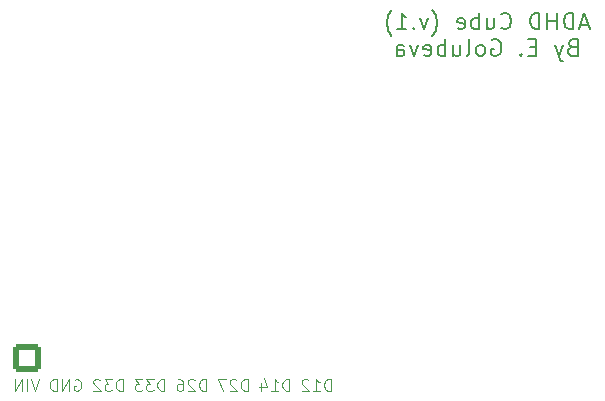
<source format=gbo>
%TF.GenerationSoftware,KiCad,Pcbnew,9.0.5*%
%TF.CreationDate,2025-12-28T15:22:45+02:00*%
%TF.ProjectId,base-schematic-02,62617365-2d73-4636-9865-6d617469632d,rev?*%
%TF.SameCoordinates,Original*%
%TF.FileFunction,Legend,Bot*%
%TF.FilePolarity,Positive*%
%FSLAX46Y46*%
G04 Gerber Fmt 4.6, Leading zero omitted, Abs format (unit mm)*
G04 Created by KiCad (PCBNEW 9.0.5) date 2025-12-28 15:22:45*
%MOMM*%
%LPD*%
G01*
G04 APERTURE LIST*
G04 Aperture macros list*
%AMRoundRect*
0 Rectangle with rounded corners*
0 $1 Rounding radius*
0 $2 $3 $4 $5 $6 $7 $8 $9 X,Y pos of 4 corners*
0 Add a 4 corners polygon primitive as box body*
4,1,4,$2,$3,$4,$5,$6,$7,$8,$9,$2,$3,0*
0 Add four circle primitives for the rounded corners*
1,1,$1+$1,$2,$3*
1,1,$1+$1,$4,$5*
1,1,$1+$1,$6,$7*
1,1,$1+$1,$8,$9*
0 Add four rect primitives between the rounded corners*
20,1,$1+$1,$2,$3,$4,$5,0*
20,1,$1+$1,$4,$5,$6,$7,0*
20,1,$1+$1,$6,$7,$8,$9,0*
20,1,$1+$1,$8,$9,$2,$3,0*%
G04 Aperture macros list end*
%ADD10C,0.100000*%
%ADD11C,0.200000*%
%ADD12R,1.700000X1.700000*%
%ADD13C,1.700000*%
%ADD14C,3.200000*%
%ADD15RoundRect,0.250001X-0.949999X-0.949999X0.949999X-0.949999X0.949999X0.949999X-0.949999X0.949999X0*%
%ADD16C,2.400000*%
G04 APERTURE END LIST*
D10*
X79892442Y-105622419D02*
X79892442Y-104622419D01*
X79892442Y-104622419D02*
X79654347Y-104622419D01*
X79654347Y-104622419D02*
X79511490Y-104670038D01*
X79511490Y-104670038D02*
X79416252Y-104765276D01*
X79416252Y-104765276D02*
X79368633Y-104860514D01*
X79368633Y-104860514D02*
X79321014Y-105050990D01*
X79321014Y-105050990D02*
X79321014Y-105193847D01*
X79321014Y-105193847D02*
X79368633Y-105384323D01*
X79368633Y-105384323D02*
X79416252Y-105479561D01*
X79416252Y-105479561D02*
X79511490Y-105574800D01*
X79511490Y-105574800D02*
X79654347Y-105622419D01*
X79654347Y-105622419D02*
X79892442Y-105622419D01*
X78368633Y-105622419D02*
X78940061Y-105622419D01*
X78654347Y-105622419D02*
X78654347Y-104622419D01*
X78654347Y-104622419D02*
X78749585Y-104765276D01*
X78749585Y-104765276D02*
X78844823Y-104860514D01*
X78844823Y-104860514D02*
X78940061Y-104908133D01*
X77987680Y-104717657D02*
X77940061Y-104670038D01*
X77940061Y-104670038D02*
X77844823Y-104622419D01*
X77844823Y-104622419D02*
X77606728Y-104622419D01*
X77606728Y-104622419D02*
X77511490Y-104670038D01*
X77511490Y-104670038D02*
X77463871Y-104717657D01*
X77463871Y-104717657D02*
X77416252Y-104812895D01*
X77416252Y-104812895D02*
X77416252Y-104908133D01*
X77416252Y-104908133D02*
X77463871Y-105050990D01*
X77463871Y-105050990D02*
X78035299Y-105622419D01*
X78035299Y-105622419D02*
X77416252Y-105622419D01*
D11*
X101686667Y-74610305D02*
X101020000Y-74610305D01*
X101820000Y-75010305D02*
X101353334Y-73610305D01*
X101353334Y-73610305D02*
X100886667Y-75010305D01*
X100420000Y-75010305D02*
X100420000Y-73610305D01*
X100420000Y-73610305D02*
X100086667Y-73610305D01*
X100086667Y-73610305D02*
X99886667Y-73676972D01*
X99886667Y-73676972D02*
X99753334Y-73810305D01*
X99753334Y-73810305D02*
X99686667Y-73943639D01*
X99686667Y-73943639D02*
X99620000Y-74210305D01*
X99620000Y-74210305D02*
X99620000Y-74410305D01*
X99620000Y-74410305D02*
X99686667Y-74676972D01*
X99686667Y-74676972D02*
X99753334Y-74810305D01*
X99753334Y-74810305D02*
X99886667Y-74943639D01*
X99886667Y-74943639D02*
X100086667Y-75010305D01*
X100086667Y-75010305D02*
X100420000Y-75010305D01*
X99020000Y-75010305D02*
X99020000Y-73610305D01*
X99020000Y-74276972D02*
X98220000Y-74276972D01*
X98220000Y-75010305D02*
X98220000Y-73610305D01*
X97553333Y-75010305D02*
X97553333Y-73610305D01*
X97553333Y-73610305D02*
X97220000Y-73610305D01*
X97220000Y-73610305D02*
X97020000Y-73676972D01*
X97020000Y-73676972D02*
X96886667Y-73810305D01*
X96886667Y-73810305D02*
X96820000Y-73943639D01*
X96820000Y-73943639D02*
X96753333Y-74210305D01*
X96753333Y-74210305D02*
X96753333Y-74410305D01*
X96753333Y-74410305D02*
X96820000Y-74676972D01*
X96820000Y-74676972D02*
X96886667Y-74810305D01*
X96886667Y-74810305D02*
X97020000Y-74943639D01*
X97020000Y-74943639D02*
X97220000Y-75010305D01*
X97220000Y-75010305D02*
X97553333Y-75010305D01*
X94286666Y-74876972D02*
X94353333Y-74943639D01*
X94353333Y-74943639D02*
X94553333Y-75010305D01*
X94553333Y-75010305D02*
X94686666Y-75010305D01*
X94686666Y-75010305D02*
X94886666Y-74943639D01*
X94886666Y-74943639D02*
X95020000Y-74810305D01*
X95020000Y-74810305D02*
X95086666Y-74676972D01*
X95086666Y-74676972D02*
X95153333Y-74410305D01*
X95153333Y-74410305D02*
X95153333Y-74210305D01*
X95153333Y-74210305D02*
X95086666Y-73943639D01*
X95086666Y-73943639D02*
X95020000Y-73810305D01*
X95020000Y-73810305D02*
X94886666Y-73676972D01*
X94886666Y-73676972D02*
X94686666Y-73610305D01*
X94686666Y-73610305D02*
X94553333Y-73610305D01*
X94553333Y-73610305D02*
X94353333Y-73676972D01*
X94353333Y-73676972D02*
X94286666Y-73743639D01*
X93086666Y-74076972D02*
X93086666Y-75010305D01*
X93686666Y-74076972D02*
X93686666Y-74810305D01*
X93686666Y-74810305D02*
X93620000Y-74943639D01*
X93620000Y-74943639D02*
X93486666Y-75010305D01*
X93486666Y-75010305D02*
X93286666Y-75010305D01*
X93286666Y-75010305D02*
X93153333Y-74943639D01*
X93153333Y-74943639D02*
X93086666Y-74876972D01*
X92419999Y-75010305D02*
X92419999Y-73610305D01*
X92419999Y-74143639D02*
X92286666Y-74076972D01*
X92286666Y-74076972D02*
X92019999Y-74076972D01*
X92019999Y-74076972D02*
X91886666Y-74143639D01*
X91886666Y-74143639D02*
X91819999Y-74210305D01*
X91819999Y-74210305D02*
X91753333Y-74343639D01*
X91753333Y-74343639D02*
X91753333Y-74743639D01*
X91753333Y-74743639D02*
X91819999Y-74876972D01*
X91819999Y-74876972D02*
X91886666Y-74943639D01*
X91886666Y-74943639D02*
X92019999Y-75010305D01*
X92019999Y-75010305D02*
X92286666Y-75010305D01*
X92286666Y-75010305D02*
X92419999Y-74943639D01*
X90619999Y-74943639D02*
X90753332Y-75010305D01*
X90753332Y-75010305D02*
X91019999Y-75010305D01*
X91019999Y-75010305D02*
X91153332Y-74943639D01*
X91153332Y-74943639D02*
X91219999Y-74810305D01*
X91219999Y-74810305D02*
X91219999Y-74276972D01*
X91219999Y-74276972D02*
X91153332Y-74143639D01*
X91153332Y-74143639D02*
X91019999Y-74076972D01*
X91019999Y-74076972D02*
X90753332Y-74076972D01*
X90753332Y-74076972D02*
X90619999Y-74143639D01*
X90619999Y-74143639D02*
X90553332Y-74276972D01*
X90553332Y-74276972D02*
X90553332Y-74410305D01*
X90553332Y-74410305D02*
X91219999Y-74543639D01*
X88486665Y-75543639D02*
X88553332Y-75476972D01*
X88553332Y-75476972D02*
X88686665Y-75276972D01*
X88686665Y-75276972D02*
X88753332Y-75143639D01*
X88753332Y-75143639D02*
X88819999Y-74943639D01*
X88819999Y-74943639D02*
X88886665Y-74610305D01*
X88886665Y-74610305D02*
X88886665Y-74343639D01*
X88886665Y-74343639D02*
X88819999Y-74010305D01*
X88819999Y-74010305D02*
X88753332Y-73810305D01*
X88753332Y-73810305D02*
X88686665Y-73676972D01*
X88686665Y-73676972D02*
X88553332Y-73476972D01*
X88553332Y-73476972D02*
X88486665Y-73410305D01*
X88086666Y-74076972D02*
X87753332Y-75010305D01*
X87753332Y-75010305D02*
X87419999Y-74076972D01*
X86886665Y-74876972D02*
X86819999Y-74943639D01*
X86819999Y-74943639D02*
X86886665Y-75010305D01*
X86886665Y-75010305D02*
X86953332Y-74943639D01*
X86953332Y-74943639D02*
X86886665Y-74876972D01*
X86886665Y-74876972D02*
X86886665Y-75010305D01*
X85486665Y-75010305D02*
X86286665Y-75010305D01*
X85886665Y-75010305D02*
X85886665Y-73610305D01*
X85886665Y-73610305D02*
X86019998Y-73810305D01*
X86019998Y-73810305D02*
X86153332Y-73943639D01*
X86153332Y-73943639D02*
X86286665Y-74010305D01*
X85019999Y-75543639D02*
X84953332Y-75476972D01*
X84953332Y-75476972D02*
X84819999Y-75276972D01*
X84819999Y-75276972D02*
X84753332Y-75143639D01*
X84753332Y-75143639D02*
X84686665Y-74943639D01*
X84686665Y-74943639D02*
X84619999Y-74610305D01*
X84619999Y-74610305D02*
X84619999Y-74343639D01*
X84619999Y-74343639D02*
X84686665Y-74010305D01*
X84686665Y-74010305D02*
X84753332Y-73810305D01*
X84753332Y-73810305D02*
X84819999Y-73676972D01*
X84819999Y-73676972D02*
X84953332Y-73476972D01*
X84953332Y-73476972D02*
X85019999Y-73410305D01*
X100320001Y-76530894D02*
X100120001Y-76597561D01*
X100120001Y-76597561D02*
X100053334Y-76664227D01*
X100053334Y-76664227D02*
X99986667Y-76797561D01*
X99986667Y-76797561D02*
X99986667Y-76997561D01*
X99986667Y-76997561D02*
X100053334Y-77130894D01*
X100053334Y-77130894D02*
X100120001Y-77197561D01*
X100120001Y-77197561D02*
X100253334Y-77264227D01*
X100253334Y-77264227D02*
X100786667Y-77264227D01*
X100786667Y-77264227D02*
X100786667Y-75864227D01*
X100786667Y-75864227D02*
X100320001Y-75864227D01*
X100320001Y-75864227D02*
X100186667Y-75930894D01*
X100186667Y-75930894D02*
X100120001Y-75997561D01*
X100120001Y-75997561D02*
X100053334Y-76130894D01*
X100053334Y-76130894D02*
X100053334Y-76264227D01*
X100053334Y-76264227D02*
X100120001Y-76397561D01*
X100120001Y-76397561D02*
X100186667Y-76464227D01*
X100186667Y-76464227D02*
X100320001Y-76530894D01*
X100320001Y-76530894D02*
X100786667Y-76530894D01*
X99520001Y-76330894D02*
X99186667Y-77264227D01*
X98853334Y-76330894D02*
X99186667Y-77264227D01*
X99186667Y-77264227D02*
X99320001Y-77597561D01*
X99320001Y-77597561D02*
X99386667Y-77664227D01*
X99386667Y-77664227D02*
X99520001Y-77730894D01*
X97253333Y-76530894D02*
X96786667Y-76530894D01*
X96586667Y-77264227D02*
X97253333Y-77264227D01*
X97253333Y-77264227D02*
X97253333Y-75864227D01*
X97253333Y-75864227D02*
X96586667Y-75864227D01*
X95986666Y-77130894D02*
X95920000Y-77197561D01*
X95920000Y-77197561D02*
X95986666Y-77264227D01*
X95986666Y-77264227D02*
X96053333Y-77197561D01*
X96053333Y-77197561D02*
X95986666Y-77130894D01*
X95986666Y-77130894D02*
X95986666Y-77264227D01*
X93519999Y-75930894D02*
X93653332Y-75864227D01*
X93653332Y-75864227D02*
X93853332Y-75864227D01*
X93853332Y-75864227D02*
X94053332Y-75930894D01*
X94053332Y-75930894D02*
X94186666Y-76064227D01*
X94186666Y-76064227D02*
X94253332Y-76197561D01*
X94253332Y-76197561D02*
X94319999Y-76464227D01*
X94319999Y-76464227D02*
X94319999Y-76664227D01*
X94319999Y-76664227D02*
X94253332Y-76930894D01*
X94253332Y-76930894D02*
X94186666Y-77064227D01*
X94186666Y-77064227D02*
X94053332Y-77197561D01*
X94053332Y-77197561D02*
X93853332Y-77264227D01*
X93853332Y-77264227D02*
X93719999Y-77264227D01*
X93719999Y-77264227D02*
X93519999Y-77197561D01*
X93519999Y-77197561D02*
X93453332Y-77130894D01*
X93453332Y-77130894D02*
X93453332Y-76664227D01*
X93453332Y-76664227D02*
X93719999Y-76664227D01*
X92653332Y-77264227D02*
X92786666Y-77197561D01*
X92786666Y-77197561D02*
X92853332Y-77130894D01*
X92853332Y-77130894D02*
X92919999Y-76997561D01*
X92919999Y-76997561D02*
X92919999Y-76597561D01*
X92919999Y-76597561D02*
X92853332Y-76464227D01*
X92853332Y-76464227D02*
X92786666Y-76397561D01*
X92786666Y-76397561D02*
X92653332Y-76330894D01*
X92653332Y-76330894D02*
X92453332Y-76330894D01*
X92453332Y-76330894D02*
X92319999Y-76397561D01*
X92319999Y-76397561D02*
X92253332Y-76464227D01*
X92253332Y-76464227D02*
X92186666Y-76597561D01*
X92186666Y-76597561D02*
X92186666Y-76997561D01*
X92186666Y-76997561D02*
X92253332Y-77130894D01*
X92253332Y-77130894D02*
X92319999Y-77197561D01*
X92319999Y-77197561D02*
X92453332Y-77264227D01*
X92453332Y-77264227D02*
X92653332Y-77264227D01*
X91386665Y-77264227D02*
X91519999Y-77197561D01*
X91519999Y-77197561D02*
X91586665Y-77064227D01*
X91586665Y-77064227D02*
X91586665Y-75864227D01*
X90253332Y-76330894D02*
X90253332Y-77264227D01*
X90853332Y-76330894D02*
X90853332Y-77064227D01*
X90853332Y-77064227D02*
X90786666Y-77197561D01*
X90786666Y-77197561D02*
X90653332Y-77264227D01*
X90653332Y-77264227D02*
X90453332Y-77264227D01*
X90453332Y-77264227D02*
X90319999Y-77197561D01*
X90319999Y-77197561D02*
X90253332Y-77130894D01*
X89586665Y-77264227D02*
X89586665Y-75864227D01*
X89586665Y-76397561D02*
X89453332Y-76330894D01*
X89453332Y-76330894D02*
X89186665Y-76330894D01*
X89186665Y-76330894D02*
X89053332Y-76397561D01*
X89053332Y-76397561D02*
X88986665Y-76464227D01*
X88986665Y-76464227D02*
X88919999Y-76597561D01*
X88919999Y-76597561D02*
X88919999Y-76997561D01*
X88919999Y-76997561D02*
X88986665Y-77130894D01*
X88986665Y-77130894D02*
X89053332Y-77197561D01*
X89053332Y-77197561D02*
X89186665Y-77264227D01*
X89186665Y-77264227D02*
X89453332Y-77264227D01*
X89453332Y-77264227D02*
X89586665Y-77197561D01*
X87786665Y-77197561D02*
X87919998Y-77264227D01*
X87919998Y-77264227D02*
X88186665Y-77264227D01*
X88186665Y-77264227D02*
X88319998Y-77197561D01*
X88319998Y-77197561D02*
X88386665Y-77064227D01*
X88386665Y-77064227D02*
X88386665Y-76530894D01*
X88386665Y-76530894D02*
X88319998Y-76397561D01*
X88319998Y-76397561D02*
X88186665Y-76330894D01*
X88186665Y-76330894D02*
X87919998Y-76330894D01*
X87919998Y-76330894D02*
X87786665Y-76397561D01*
X87786665Y-76397561D02*
X87719998Y-76530894D01*
X87719998Y-76530894D02*
X87719998Y-76664227D01*
X87719998Y-76664227D02*
X88386665Y-76797561D01*
X87253332Y-76330894D02*
X86919998Y-77264227D01*
X86919998Y-77264227D02*
X86586665Y-76330894D01*
X85453331Y-77264227D02*
X85453331Y-76530894D01*
X85453331Y-76530894D02*
X85519998Y-76397561D01*
X85519998Y-76397561D02*
X85653331Y-76330894D01*
X85653331Y-76330894D02*
X85919998Y-76330894D01*
X85919998Y-76330894D02*
X86053331Y-76397561D01*
X85453331Y-77197561D02*
X85586665Y-77264227D01*
X85586665Y-77264227D02*
X85919998Y-77264227D01*
X85919998Y-77264227D02*
X86053331Y-77197561D01*
X86053331Y-77197561D02*
X86119998Y-77064227D01*
X86119998Y-77064227D02*
X86119998Y-76930894D01*
X86119998Y-76930894D02*
X86053331Y-76797561D01*
X86053331Y-76797561D02*
X85919998Y-76730894D01*
X85919998Y-76730894D02*
X85586665Y-76730894D01*
X85586665Y-76730894D02*
X85453331Y-76664227D01*
D10*
X58199653Y-104670038D02*
X58294891Y-104622419D01*
X58294891Y-104622419D02*
X58437748Y-104622419D01*
X58437748Y-104622419D02*
X58580605Y-104670038D01*
X58580605Y-104670038D02*
X58675843Y-104765276D01*
X58675843Y-104765276D02*
X58723462Y-104860514D01*
X58723462Y-104860514D02*
X58771081Y-105050990D01*
X58771081Y-105050990D02*
X58771081Y-105193847D01*
X58771081Y-105193847D02*
X58723462Y-105384323D01*
X58723462Y-105384323D02*
X58675843Y-105479561D01*
X58675843Y-105479561D02*
X58580605Y-105574800D01*
X58580605Y-105574800D02*
X58437748Y-105622419D01*
X58437748Y-105622419D02*
X58342510Y-105622419D01*
X58342510Y-105622419D02*
X58199653Y-105574800D01*
X58199653Y-105574800D02*
X58152034Y-105527180D01*
X58152034Y-105527180D02*
X58152034Y-105193847D01*
X58152034Y-105193847D02*
X58342510Y-105193847D01*
X57723462Y-105622419D02*
X57723462Y-104622419D01*
X57723462Y-104622419D02*
X57152034Y-105622419D01*
X57152034Y-105622419D02*
X57152034Y-104622419D01*
X56675843Y-105622419D02*
X56675843Y-104622419D01*
X56675843Y-104622419D02*
X56437748Y-104622419D01*
X56437748Y-104622419D02*
X56294891Y-104670038D01*
X56294891Y-104670038D02*
X56199653Y-104765276D01*
X56199653Y-104765276D02*
X56152034Y-104860514D01*
X56152034Y-104860514D02*
X56104415Y-105050990D01*
X56104415Y-105050990D02*
X56104415Y-105193847D01*
X56104415Y-105193847D02*
X56152034Y-105384323D01*
X56152034Y-105384323D02*
X56199653Y-105479561D01*
X56199653Y-105479561D02*
X56294891Y-105574800D01*
X56294891Y-105574800D02*
X56437748Y-105622419D01*
X56437748Y-105622419D02*
X56675843Y-105622419D01*
X69307952Y-105622419D02*
X69307952Y-104622419D01*
X69307952Y-104622419D02*
X69069857Y-104622419D01*
X69069857Y-104622419D02*
X68927000Y-104670038D01*
X68927000Y-104670038D02*
X68831762Y-104765276D01*
X68831762Y-104765276D02*
X68784143Y-104860514D01*
X68784143Y-104860514D02*
X68736524Y-105050990D01*
X68736524Y-105050990D02*
X68736524Y-105193847D01*
X68736524Y-105193847D02*
X68784143Y-105384323D01*
X68784143Y-105384323D02*
X68831762Y-105479561D01*
X68831762Y-105479561D02*
X68927000Y-105574800D01*
X68927000Y-105574800D02*
X69069857Y-105622419D01*
X69069857Y-105622419D02*
X69307952Y-105622419D01*
X68355571Y-104717657D02*
X68307952Y-104670038D01*
X68307952Y-104670038D02*
X68212714Y-104622419D01*
X68212714Y-104622419D02*
X67974619Y-104622419D01*
X67974619Y-104622419D02*
X67879381Y-104670038D01*
X67879381Y-104670038D02*
X67831762Y-104717657D01*
X67831762Y-104717657D02*
X67784143Y-104812895D01*
X67784143Y-104812895D02*
X67784143Y-104908133D01*
X67784143Y-104908133D02*
X67831762Y-105050990D01*
X67831762Y-105050990D02*
X68403190Y-105622419D01*
X68403190Y-105622419D02*
X67784143Y-105622419D01*
X66927000Y-104622419D02*
X67117476Y-104622419D01*
X67117476Y-104622419D02*
X67212714Y-104670038D01*
X67212714Y-104670038D02*
X67260333Y-104717657D01*
X67260333Y-104717657D02*
X67355571Y-104860514D01*
X67355571Y-104860514D02*
X67403190Y-105050990D01*
X67403190Y-105050990D02*
X67403190Y-105431942D01*
X67403190Y-105431942D02*
X67355571Y-105527180D01*
X67355571Y-105527180D02*
X67307952Y-105574800D01*
X67307952Y-105574800D02*
X67212714Y-105622419D01*
X67212714Y-105622419D02*
X67022238Y-105622419D01*
X67022238Y-105622419D02*
X66927000Y-105574800D01*
X66927000Y-105574800D02*
X66879381Y-105527180D01*
X66879381Y-105527180D02*
X66831762Y-105431942D01*
X66831762Y-105431942D02*
X66831762Y-105193847D01*
X66831762Y-105193847D02*
X66879381Y-105098609D01*
X66879381Y-105098609D02*
X66927000Y-105050990D01*
X66927000Y-105050990D02*
X67022238Y-105003371D01*
X67022238Y-105003371D02*
X67212714Y-105003371D01*
X67212714Y-105003371D02*
X67307952Y-105050990D01*
X67307952Y-105050990D02*
X67355571Y-105098609D01*
X67355571Y-105098609D02*
X67403190Y-105193847D01*
X62251626Y-105622419D02*
X62251626Y-104622419D01*
X62251626Y-104622419D02*
X62013531Y-104622419D01*
X62013531Y-104622419D02*
X61870674Y-104670038D01*
X61870674Y-104670038D02*
X61775436Y-104765276D01*
X61775436Y-104765276D02*
X61727817Y-104860514D01*
X61727817Y-104860514D02*
X61680198Y-105050990D01*
X61680198Y-105050990D02*
X61680198Y-105193847D01*
X61680198Y-105193847D02*
X61727817Y-105384323D01*
X61727817Y-105384323D02*
X61775436Y-105479561D01*
X61775436Y-105479561D02*
X61870674Y-105574800D01*
X61870674Y-105574800D02*
X62013531Y-105622419D01*
X62013531Y-105622419D02*
X62251626Y-105622419D01*
X61346864Y-104622419D02*
X60727817Y-104622419D01*
X60727817Y-104622419D02*
X61061150Y-105003371D01*
X61061150Y-105003371D02*
X60918293Y-105003371D01*
X60918293Y-105003371D02*
X60823055Y-105050990D01*
X60823055Y-105050990D02*
X60775436Y-105098609D01*
X60775436Y-105098609D02*
X60727817Y-105193847D01*
X60727817Y-105193847D02*
X60727817Y-105431942D01*
X60727817Y-105431942D02*
X60775436Y-105527180D01*
X60775436Y-105527180D02*
X60823055Y-105574800D01*
X60823055Y-105574800D02*
X60918293Y-105622419D01*
X60918293Y-105622419D02*
X61204007Y-105622419D01*
X61204007Y-105622419D02*
X61299245Y-105574800D01*
X61299245Y-105574800D02*
X61346864Y-105527180D01*
X60346864Y-104717657D02*
X60299245Y-104670038D01*
X60299245Y-104670038D02*
X60204007Y-104622419D01*
X60204007Y-104622419D02*
X59965912Y-104622419D01*
X59965912Y-104622419D02*
X59870674Y-104670038D01*
X59870674Y-104670038D02*
X59823055Y-104717657D01*
X59823055Y-104717657D02*
X59775436Y-104812895D01*
X59775436Y-104812895D02*
X59775436Y-104908133D01*
X59775436Y-104908133D02*
X59823055Y-105050990D01*
X59823055Y-105050990D02*
X60394483Y-105622419D01*
X60394483Y-105622419D02*
X59775436Y-105622419D01*
X65779789Y-105622419D02*
X65779789Y-104622419D01*
X65779789Y-104622419D02*
X65541694Y-104622419D01*
X65541694Y-104622419D02*
X65398837Y-104670038D01*
X65398837Y-104670038D02*
X65303599Y-104765276D01*
X65303599Y-104765276D02*
X65255980Y-104860514D01*
X65255980Y-104860514D02*
X65208361Y-105050990D01*
X65208361Y-105050990D02*
X65208361Y-105193847D01*
X65208361Y-105193847D02*
X65255980Y-105384323D01*
X65255980Y-105384323D02*
X65303599Y-105479561D01*
X65303599Y-105479561D02*
X65398837Y-105574800D01*
X65398837Y-105574800D02*
X65541694Y-105622419D01*
X65541694Y-105622419D02*
X65779789Y-105622419D01*
X64875027Y-104622419D02*
X64255980Y-104622419D01*
X64255980Y-104622419D02*
X64589313Y-105003371D01*
X64589313Y-105003371D02*
X64446456Y-105003371D01*
X64446456Y-105003371D02*
X64351218Y-105050990D01*
X64351218Y-105050990D02*
X64303599Y-105098609D01*
X64303599Y-105098609D02*
X64255980Y-105193847D01*
X64255980Y-105193847D02*
X64255980Y-105431942D01*
X64255980Y-105431942D02*
X64303599Y-105527180D01*
X64303599Y-105527180D02*
X64351218Y-105574800D01*
X64351218Y-105574800D02*
X64446456Y-105622419D01*
X64446456Y-105622419D02*
X64732170Y-105622419D01*
X64732170Y-105622419D02*
X64827408Y-105574800D01*
X64827408Y-105574800D02*
X64875027Y-105527180D01*
X63922646Y-104622419D02*
X63303599Y-104622419D01*
X63303599Y-104622419D02*
X63636932Y-105003371D01*
X63636932Y-105003371D02*
X63494075Y-105003371D01*
X63494075Y-105003371D02*
X63398837Y-105050990D01*
X63398837Y-105050990D02*
X63351218Y-105098609D01*
X63351218Y-105098609D02*
X63303599Y-105193847D01*
X63303599Y-105193847D02*
X63303599Y-105431942D01*
X63303599Y-105431942D02*
X63351218Y-105527180D01*
X63351218Y-105527180D02*
X63398837Y-105574800D01*
X63398837Y-105574800D02*
X63494075Y-105622419D01*
X63494075Y-105622419D02*
X63779789Y-105622419D01*
X63779789Y-105622419D02*
X63875027Y-105574800D01*
X63875027Y-105574800D02*
X63922646Y-105527180D01*
X55195299Y-104622419D02*
X54861966Y-105622419D01*
X54861966Y-105622419D02*
X54528633Y-104622419D01*
X54195299Y-105622419D02*
X54195299Y-104622419D01*
X53719109Y-105622419D02*
X53719109Y-104622419D01*
X53719109Y-104622419D02*
X53147681Y-105622419D01*
X53147681Y-105622419D02*
X53147681Y-104622419D01*
X76364279Y-105622419D02*
X76364279Y-104622419D01*
X76364279Y-104622419D02*
X76126184Y-104622419D01*
X76126184Y-104622419D02*
X75983327Y-104670038D01*
X75983327Y-104670038D02*
X75888089Y-104765276D01*
X75888089Y-104765276D02*
X75840470Y-104860514D01*
X75840470Y-104860514D02*
X75792851Y-105050990D01*
X75792851Y-105050990D02*
X75792851Y-105193847D01*
X75792851Y-105193847D02*
X75840470Y-105384323D01*
X75840470Y-105384323D02*
X75888089Y-105479561D01*
X75888089Y-105479561D02*
X75983327Y-105574800D01*
X75983327Y-105574800D02*
X76126184Y-105622419D01*
X76126184Y-105622419D02*
X76364279Y-105622419D01*
X74840470Y-105622419D02*
X75411898Y-105622419D01*
X75126184Y-105622419D02*
X75126184Y-104622419D01*
X75126184Y-104622419D02*
X75221422Y-104765276D01*
X75221422Y-104765276D02*
X75316660Y-104860514D01*
X75316660Y-104860514D02*
X75411898Y-104908133D01*
X73983327Y-104955752D02*
X73983327Y-105622419D01*
X74221422Y-104574800D02*
X74459517Y-105289085D01*
X74459517Y-105289085D02*
X73840470Y-105289085D01*
X72836115Y-105622419D02*
X72836115Y-104622419D01*
X72836115Y-104622419D02*
X72598020Y-104622419D01*
X72598020Y-104622419D02*
X72455163Y-104670038D01*
X72455163Y-104670038D02*
X72359925Y-104765276D01*
X72359925Y-104765276D02*
X72312306Y-104860514D01*
X72312306Y-104860514D02*
X72264687Y-105050990D01*
X72264687Y-105050990D02*
X72264687Y-105193847D01*
X72264687Y-105193847D02*
X72312306Y-105384323D01*
X72312306Y-105384323D02*
X72359925Y-105479561D01*
X72359925Y-105479561D02*
X72455163Y-105574800D01*
X72455163Y-105574800D02*
X72598020Y-105622419D01*
X72598020Y-105622419D02*
X72836115Y-105622419D01*
X71883734Y-104717657D02*
X71836115Y-104670038D01*
X71836115Y-104670038D02*
X71740877Y-104622419D01*
X71740877Y-104622419D02*
X71502782Y-104622419D01*
X71502782Y-104622419D02*
X71407544Y-104670038D01*
X71407544Y-104670038D02*
X71359925Y-104717657D01*
X71359925Y-104717657D02*
X71312306Y-104812895D01*
X71312306Y-104812895D02*
X71312306Y-104908133D01*
X71312306Y-104908133D02*
X71359925Y-105050990D01*
X71359925Y-105050990D02*
X71931353Y-105622419D01*
X71931353Y-105622419D02*
X71312306Y-105622419D01*
X70978972Y-104622419D02*
X70312306Y-104622419D01*
X70312306Y-104622419D02*
X70740877Y-105622419D01*
%LPC*%
D12*
%TO.C,J2*%
X79400000Y-59460000D03*
D13*
X79400000Y-62000000D03*
X79400000Y-64540000D03*
X79400000Y-67080000D03*
X79400000Y-69620000D03*
X79400000Y-72160000D03*
X79400000Y-74700000D03*
X79400000Y-77240000D03*
X79400000Y-79780000D03*
X79400000Y-82320000D03*
X79400000Y-84860000D03*
X79400000Y-87400000D03*
X79400000Y-89940000D03*
X79400000Y-92480000D03*
X79400000Y-95020000D03*
%TD*%
D12*
%TO.C,J1*%
X54000000Y-59460000D03*
D13*
X54000000Y-62000000D03*
X54000000Y-64540000D03*
X54000000Y-67080000D03*
X54000000Y-69620000D03*
X54000000Y-72160000D03*
X54000000Y-74700000D03*
X54000000Y-77240000D03*
X54000000Y-79780000D03*
X54000000Y-82320000D03*
X54000000Y-84860000D03*
X54000000Y-87400000D03*
X54000000Y-89940000D03*
X54000000Y-92480000D03*
X54000000Y-95020000D03*
%TD*%
D14*
%TO.C,H1*%
X53600000Y-53600000D03*
%TD*%
D12*
%TO.C,J3-DAC1*%
X90750000Y-55325000D03*
D13*
X93290000Y-55325000D03*
X95830000Y-55325000D03*
X98370000Y-55325000D03*
X100910000Y-55325000D03*
X103450000Y-55325000D03*
X105990000Y-55325000D03*
%TD*%
D14*
%TO.C,H4*%
X53600000Y-111400000D03*
%TD*%
D15*
%TO.C,J4*%
X54200000Y-102875000D03*
D16*
X57700000Y-102875000D03*
X61200000Y-102875000D03*
X64700000Y-102875000D03*
X68200000Y-102875000D03*
X71700000Y-102875000D03*
X75200000Y-102875000D03*
X78700000Y-102875000D03*
%TD*%
D14*
%TO.C,H3*%
X111410000Y-111420000D03*
%TD*%
%TO.C,H2*%
X111400000Y-53600000D03*
%TD*%
D12*
%TO.C,J4-IMU1*%
X107009138Y-95394959D03*
D13*
X104469138Y-95394959D03*
X101929138Y-95394959D03*
X99389138Y-95394959D03*
X96849138Y-95394959D03*
X94309138Y-95394959D03*
X91769138Y-95394959D03*
X89229138Y-95394959D03*
%TD*%
%LPD*%
M02*

</source>
